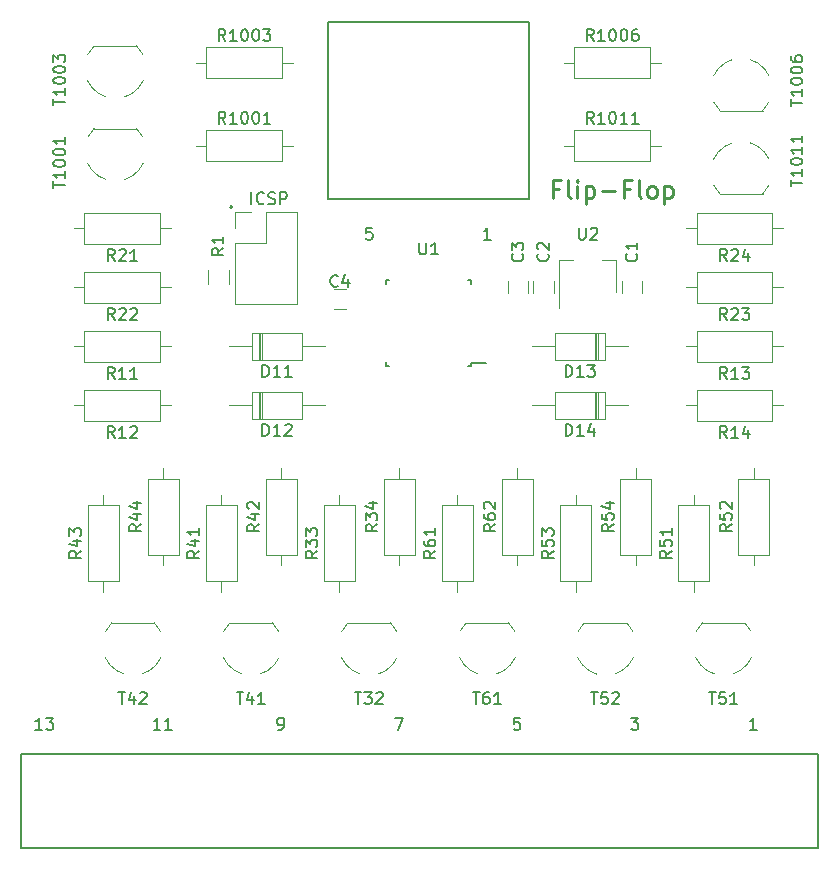
<source format=gto>
G04 #@! TF.GenerationSoftware,KiCad,Pcbnew,(5.1.7)-1*
G04 #@! TF.CreationDate,2022-07-12T08:18:53+02:00*
G04 #@! TF.ProjectId,Flip-Flop-Modul,466c6970-2d46-46c6-9f70-2d4d6f64756c,rev?*
G04 #@! TF.SameCoordinates,Original*
G04 #@! TF.FileFunction,Legend,Top*
G04 #@! TF.FilePolarity,Positive*
%FSLAX46Y46*%
G04 Gerber Fmt 4.6, Leading zero omitted, Abs format (unit mm)*
G04 Created by KiCad (PCBNEW (5.1.7)-1) date 2022-07-12 08:18:53*
%MOMM*%
%LPD*%
G01*
G04 APERTURE LIST*
%ADD10C,0.150000*%
%ADD11C,0.225000*%
%ADD12C,0.250000*%
%ADD13C,0.120000*%
%ADD14C,1.600000*%
%ADD15O,1.600000X1.600000*%
%ADD16R,1.300000X0.700000*%
%ADD17R,1.000000X1.250000*%
%ADD18R,1.250000X1.000000*%
%ADD19C,0.100000*%
%ADD20R,1.000000X1.500000*%
%ADD21R,1.000000X1.800000*%
%ADD22R,2.200000X1.840000*%
%ADD23R,1.700000X1.700000*%
%ADD24O,1.700000X1.700000*%
%ADD25O,1.500000X2.000000*%
%ADD26O,2.000000X1.500000*%
%ADD27R,1.200000X0.600000*%
%ADD28R,0.600000X1.200000*%
G04 APERTURE END LIST*
D10*
X37309523Y-84952380D02*
X36738095Y-84952380D01*
X37023809Y-84952380D02*
X37023809Y-83952380D01*
X36928571Y-84095238D01*
X36833333Y-84190476D01*
X36738095Y-84238095D01*
X38261904Y-84952380D02*
X37690476Y-84952380D01*
X37976190Y-84952380D02*
X37976190Y-83952380D01*
X37880952Y-84095238D01*
X37785714Y-84190476D01*
X37690476Y-84238095D01*
X47309523Y-84952380D02*
X47500000Y-84952380D01*
X47595238Y-84904761D01*
X47642857Y-84857142D01*
X47738095Y-84714285D01*
X47785714Y-84523809D01*
X47785714Y-84142857D01*
X47738095Y-84047619D01*
X47690476Y-84000000D01*
X47595238Y-83952380D01*
X47404761Y-83952380D01*
X47309523Y-84000000D01*
X47261904Y-84047619D01*
X47214285Y-84142857D01*
X47214285Y-84380952D01*
X47261904Y-84476190D01*
X47309523Y-84523809D01*
X47404761Y-84571428D01*
X47595238Y-84571428D01*
X47690476Y-84523809D01*
X47738095Y-84476190D01*
X47785714Y-84380952D01*
X67738095Y-83952380D02*
X67261904Y-83952380D01*
X67214285Y-84428571D01*
X67261904Y-84380952D01*
X67357142Y-84333333D01*
X67595238Y-84333333D01*
X67690476Y-84380952D01*
X67738095Y-84428571D01*
X67785714Y-84523809D01*
X67785714Y-84761904D01*
X67738095Y-84857142D01*
X67690476Y-84904761D01*
X67595238Y-84952380D01*
X67357142Y-84952380D01*
X67261904Y-84904761D01*
X67214285Y-84857142D01*
X77166666Y-83952380D02*
X77785714Y-83952380D01*
X77452380Y-84333333D01*
X77595238Y-84333333D01*
X77690476Y-84380952D01*
X77738095Y-84428571D01*
X77785714Y-84523809D01*
X77785714Y-84761904D01*
X77738095Y-84857142D01*
X77690476Y-84904761D01*
X77595238Y-84952380D01*
X77309523Y-84952380D01*
X77214285Y-84904761D01*
X77166666Y-84857142D01*
D11*
X71044285Y-39142857D02*
X70544285Y-39142857D01*
X70544285Y-39928571D02*
X70544285Y-38428571D01*
X71258571Y-38428571D01*
X72044285Y-39928571D02*
X71901428Y-39857142D01*
X71830000Y-39714285D01*
X71830000Y-38428571D01*
X72615714Y-39928571D02*
X72615714Y-38928571D01*
X72615714Y-38428571D02*
X72544285Y-38500000D01*
X72615714Y-38571428D01*
X72687142Y-38500000D01*
X72615714Y-38428571D01*
X72615714Y-38571428D01*
X73330000Y-38928571D02*
X73330000Y-40428571D01*
X73330000Y-39000000D02*
X73472857Y-38928571D01*
X73758571Y-38928571D01*
X73901428Y-39000000D01*
X73972857Y-39071428D01*
X74044285Y-39214285D01*
X74044285Y-39642857D01*
X73972857Y-39785714D01*
X73901428Y-39857142D01*
X73758571Y-39928571D01*
X73472857Y-39928571D01*
X73330000Y-39857142D01*
X74687142Y-39357142D02*
X75830000Y-39357142D01*
X77044285Y-39142857D02*
X76544285Y-39142857D01*
X76544285Y-39928571D02*
X76544285Y-38428571D01*
X77258571Y-38428571D01*
X78044285Y-39928571D02*
X77901428Y-39857142D01*
X77830000Y-39714285D01*
X77830000Y-38428571D01*
X78830000Y-39928571D02*
X78687142Y-39857142D01*
X78615714Y-39785714D01*
X78544285Y-39642857D01*
X78544285Y-39214285D01*
X78615714Y-39071428D01*
X78687142Y-39000000D01*
X78830000Y-38928571D01*
X79044285Y-38928571D01*
X79187142Y-39000000D01*
X79258571Y-39071428D01*
X79330000Y-39214285D01*
X79330000Y-39642857D01*
X79258571Y-39785714D01*
X79187142Y-39857142D01*
X79044285Y-39928571D01*
X78830000Y-39928571D01*
X79972857Y-38928571D02*
X79972857Y-40428571D01*
X79972857Y-39000000D02*
X80115714Y-38928571D01*
X80401428Y-38928571D01*
X80544285Y-39000000D01*
X80615714Y-39071428D01*
X80687142Y-39214285D01*
X80687142Y-39642857D01*
X80615714Y-39785714D01*
X80544285Y-39857142D01*
X80401428Y-39928571D01*
X80115714Y-39928571D01*
X79972857Y-39857142D01*
D12*
X43250000Y-40607142D02*
X43297619Y-40654761D01*
X43250000Y-40702380D01*
X43202380Y-40654761D01*
X43250000Y-40607142D01*
X43250000Y-40702380D01*
D10*
X45023809Y-40452380D02*
X45023809Y-39452380D01*
X46071428Y-40357142D02*
X46023809Y-40404761D01*
X45880952Y-40452380D01*
X45785714Y-40452380D01*
X45642857Y-40404761D01*
X45547619Y-40309523D01*
X45500000Y-40214285D01*
X45452380Y-40023809D01*
X45452380Y-39880952D01*
X45500000Y-39690476D01*
X45547619Y-39595238D01*
X45642857Y-39500000D01*
X45785714Y-39452380D01*
X45880952Y-39452380D01*
X46023809Y-39500000D01*
X46071428Y-39547619D01*
X46452380Y-40404761D02*
X46595238Y-40452380D01*
X46833333Y-40452380D01*
X46928571Y-40404761D01*
X46976190Y-40357142D01*
X47023809Y-40261904D01*
X47023809Y-40166666D01*
X46976190Y-40071428D01*
X46928571Y-40023809D01*
X46833333Y-39976190D01*
X46642857Y-39928571D01*
X46547619Y-39880952D01*
X46500000Y-39833333D01*
X46452380Y-39738095D01*
X46452380Y-39642857D01*
X46500000Y-39547619D01*
X46547619Y-39500000D01*
X46642857Y-39452380D01*
X46880952Y-39452380D01*
X47023809Y-39500000D01*
X47452380Y-40452380D02*
X47452380Y-39452380D01*
X47833333Y-39452380D01*
X47928571Y-39500000D01*
X47976190Y-39547619D01*
X48023809Y-39642857D01*
X48023809Y-39785714D01*
X47976190Y-39880952D01*
X47928571Y-39928571D01*
X47833333Y-39976190D01*
X47452380Y-39976190D01*
D13*
X81820000Y-57500000D02*
X82710000Y-57500000D01*
X90020000Y-57500000D02*
X89130000Y-57500000D01*
X82710000Y-58810000D02*
X89130000Y-58810000D01*
X82710000Y-56190000D02*
X82710000Y-58810000D01*
X89130000Y-56190000D02*
X82710000Y-56190000D01*
X89130000Y-58810000D02*
X89130000Y-56190000D01*
X81820000Y-52500000D02*
X82710000Y-52500000D01*
X90020000Y-52500000D02*
X89130000Y-52500000D01*
X82710000Y-53810000D02*
X89130000Y-53810000D01*
X82710000Y-51190000D02*
X82710000Y-53810000D01*
X89130000Y-51190000D02*
X82710000Y-51190000D01*
X89130000Y-53810000D02*
X89130000Y-51190000D01*
X38180000Y-57500000D02*
X37290000Y-57500000D01*
X29980000Y-57500000D02*
X30870000Y-57500000D01*
X37290000Y-56190000D02*
X30870000Y-56190000D01*
X37290000Y-58810000D02*
X37290000Y-56190000D01*
X30870000Y-58810000D02*
X37290000Y-58810000D01*
X30870000Y-56190000D02*
X30870000Y-58810000D01*
X62460000Y-65070000D02*
X62460000Y-65960000D01*
X62460000Y-73270000D02*
X62460000Y-72380000D01*
X61150000Y-65960000D02*
X61150000Y-72380000D01*
X63770000Y-65960000D02*
X61150000Y-65960000D01*
X63770000Y-72380000D02*
X63770000Y-65960000D01*
X61150000Y-72380000D02*
X63770000Y-72380000D01*
X82460000Y-65070000D02*
X82460000Y-65960000D01*
X82460000Y-73270000D02*
X82460000Y-72380000D01*
X81150000Y-65960000D02*
X81150000Y-72380000D01*
X83770000Y-65960000D02*
X81150000Y-65960000D01*
X83770000Y-72380000D02*
X83770000Y-65960000D01*
X81150000Y-72380000D02*
X83770000Y-72380000D01*
X42460000Y-65070000D02*
X42460000Y-65960000D01*
X42460000Y-73270000D02*
X42460000Y-72380000D01*
X41150000Y-65960000D02*
X41150000Y-72380000D01*
X43770000Y-65960000D02*
X41150000Y-65960000D01*
X43770000Y-72380000D02*
X43770000Y-65960000D01*
X41150000Y-72380000D02*
X43770000Y-72380000D01*
X30870000Y-51190000D02*
X30870000Y-53810000D01*
X30870000Y-53810000D02*
X37290000Y-53810000D01*
X37290000Y-53810000D02*
X37290000Y-51190000D01*
X37290000Y-51190000D02*
X30870000Y-51190000D01*
X29980000Y-52500000D02*
X30870000Y-52500000D01*
X38180000Y-52500000D02*
X37290000Y-52500000D01*
X45650000Y-51380000D02*
X45650000Y-53620000D01*
X45890000Y-51380000D02*
X45890000Y-53620000D01*
X45770000Y-51380000D02*
X45770000Y-53620000D01*
X51210000Y-52500000D02*
X49290000Y-52500000D01*
X43130000Y-52500000D02*
X45050000Y-52500000D01*
X49290000Y-51380000D02*
X45050000Y-51380000D01*
X49290000Y-53620000D02*
X49290000Y-51380000D01*
X45050000Y-53620000D02*
X49290000Y-53620000D01*
X45050000Y-51380000D02*
X45050000Y-53620000D01*
X45650000Y-56380000D02*
X45650000Y-58620000D01*
X45890000Y-56380000D02*
X45890000Y-58620000D01*
X45770000Y-56380000D02*
X45770000Y-58620000D01*
X51210000Y-57500000D02*
X49290000Y-57500000D01*
X43130000Y-57500000D02*
X45050000Y-57500000D01*
X49290000Y-56380000D02*
X45050000Y-56380000D01*
X49290000Y-58620000D02*
X49290000Y-56380000D01*
X45050000Y-58620000D02*
X49290000Y-58620000D01*
X45050000Y-56380000D02*
X45050000Y-58620000D01*
X74350000Y-53620000D02*
X74350000Y-51380000D01*
X74110000Y-53620000D02*
X74110000Y-51380000D01*
X74230000Y-53620000D02*
X74230000Y-51380000D01*
X68790000Y-52500000D02*
X70710000Y-52500000D01*
X76870000Y-52500000D02*
X74950000Y-52500000D01*
X70710000Y-53620000D02*
X74950000Y-53620000D01*
X70710000Y-51380000D02*
X70710000Y-53620000D01*
X74950000Y-51380000D02*
X70710000Y-51380000D01*
X74950000Y-53620000D02*
X74950000Y-51380000D01*
X74350000Y-58620000D02*
X74350000Y-56380000D01*
X74110000Y-58620000D02*
X74110000Y-56380000D01*
X74230000Y-58620000D02*
X74230000Y-56380000D01*
X68790000Y-57500000D02*
X70710000Y-57500000D01*
X76870000Y-57500000D02*
X74950000Y-57500000D01*
X70710000Y-58620000D02*
X74950000Y-58620000D01*
X70710000Y-56380000D02*
X70710000Y-58620000D01*
X74950000Y-56380000D02*
X70710000Y-56380000D01*
X74950000Y-58620000D02*
X74950000Y-56380000D01*
X43080000Y-45990000D02*
X43080000Y-47190000D01*
X41320000Y-47190000D02*
X41320000Y-45990000D01*
X53000000Y-47650000D02*
X52000000Y-47650000D01*
X52000000Y-49350000D02*
X53000000Y-49350000D01*
X68450000Y-48000000D02*
X68450000Y-47000000D01*
X66750000Y-47000000D02*
X66750000Y-48000000D01*
X71065000Y-45220000D02*
X72265000Y-45220000D01*
X71065000Y-49220000D02*
X71065000Y-45220000D01*
X75865000Y-45220000D02*
X75865000Y-47920000D01*
X74665000Y-45220000D02*
X75865000Y-45220000D01*
X70600000Y-48000000D02*
X70600000Y-47000000D01*
X68900000Y-47000000D02*
X68900000Y-48000000D01*
X78100000Y-48000000D02*
X78100000Y-47000000D01*
X76400000Y-47000000D02*
X76400000Y-48000000D01*
X43670000Y-41130000D02*
X45000000Y-41130000D01*
X43670000Y-42460000D02*
X43670000Y-41130000D01*
X46270000Y-41130000D02*
X48870000Y-41130000D01*
X46270000Y-43730000D02*
X46270000Y-41130000D01*
X43670000Y-43730000D02*
X46270000Y-43730000D01*
X48870000Y-41130000D02*
X48870000Y-48870000D01*
X43670000Y-43730000D02*
X43670000Y-48870000D01*
X43670000Y-48870000D02*
X48870000Y-48870000D01*
X81820000Y-42500000D02*
X82710000Y-42500000D01*
X90020000Y-42500000D02*
X89130000Y-42500000D01*
X82710000Y-43810000D02*
X89130000Y-43810000D01*
X82710000Y-41190000D02*
X82710000Y-43810000D01*
X89130000Y-41190000D02*
X82710000Y-41190000D01*
X89130000Y-43810000D02*
X89130000Y-41190000D01*
X81820000Y-47500000D02*
X82710000Y-47500000D01*
X90020000Y-47500000D02*
X89130000Y-47500000D01*
X82710000Y-48810000D02*
X89130000Y-48810000D01*
X82710000Y-46190000D02*
X82710000Y-48810000D01*
X89130000Y-46190000D02*
X82710000Y-46190000D01*
X89130000Y-48810000D02*
X89130000Y-46190000D01*
X38180000Y-47500000D02*
X37290000Y-47500000D01*
X29980000Y-47500000D02*
X30870000Y-47500000D01*
X37290000Y-46190000D02*
X30870000Y-46190000D01*
X37290000Y-48810000D02*
X37290000Y-46190000D01*
X30870000Y-48810000D02*
X37290000Y-48810000D01*
X30870000Y-46190000D02*
X30870000Y-48810000D01*
X38180000Y-42500000D02*
X37290000Y-42500000D01*
X29980000Y-42500000D02*
X30870000Y-42500000D01*
X37290000Y-41190000D02*
X30870000Y-41190000D01*
X37290000Y-43810000D02*
X37290000Y-41190000D01*
X30870000Y-43810000D02*
X37290000Y-43810000D01*
X30870000Y-41190000D02*
X30870000Y-43810000D01*
X79680000Y-35500000D02*
X78790000Y-35500000D01*
X71480000Y-35500000D02*
X72370000Y-35500000D01*
X78790000Y-34190000D02*
X72370000Y-34190000D01*
X78790000Y-36810000D02*
X78790000Y-34190000D01*
X72370000Y-36810000D02*
X78790000Y-36810000D01*
X72370000Y-34190000D02*
X72370000Y-36810000D01*
X79680000Y-28500000D02*
X78790000Y-28500000D01*
X71480000Y-28500000D02*
X72370000Y-28500000D01*
X78790000Y-27190000D02*
X72370000Y-27190000D01*
X78790000Y-29810000D02*
X78790000Y-27190000D01*
X72370000Y-29810000D02*
X78790000Y-29810000D01*
X72370000Y-27190000D02*
X72370000Y-29810000D01*
X40320000Y-28500000D02*
X41210000Y-28500000D01*
X48520000Y-28500000D02*
X47630000Y-28500000D01*
X41210000Y-29810000D02*
X47630000Y-29810000D01*
X41210000Y-27190000D02*
X41210000Y-29810000D01*
X47630000Y-27190000D02*
X41210000Y-27190000D01*
X47630000Y-29810000D02*
X47630000Y-27190000D01*
X40320000Y-35500000D02*
X41210000Y-35500000D01*
X48520000Y-35500000D02*
X47630000Y-35500000D01*
X41210000Y-36810000D02*
X47630000Y-36810000D01*
X41210000Y-34190000D02*
X41210000Y-36810000D01*
X47630000Y-34190000D02*
X41210000Y-34190000D01*
X47630000Y-36810000D02*
X47630000Y-34190000D01*
X86800000Y-75900000D02*
X83200000Y-75900000D01*
X87324184Y-76627205D02*
G75*
G03*
X86800000Y-75900000I-2324184J-1122795D01*
G01*
X87356400Y-78848807D02*
G75*
G02*
X85000000Y-80350000I-2356400J1098807D01*
G01*
X82643600Y-78848807D02*
G75*
G03*
X85000000Y-80350000I2356400J1098807D01*
G01*
X82675816Y-76627205D02*
G75*
G02*
X83200000Y-75900000I2324184J-1122795D01*
G01*
X76800000Y-75900000D02*
X73200000Y-75900000D01*
X77324184Y-76627205D02*
G75*
G03*
X76800000Y-75900000I-2324184J-1122795D01*
G01*
X77356400Y-78848807D02*
G75*
G02*
X75000000Y-80350000I-2356400J1098807D01*
G01*
X72643600Y-78848807D02*
G75*
G03*
X75000000Y-80350000I2356400J1098807D01*
G01*
X72675816Y-76627205D02*
G75*
G02*
X73200000Y-75900000I2324184J-1122795D01*
G01*
X87540000Y-62820000D02*
X87540000Y-63710000D01*
X87540000Y-71020000D02*
X87540000Y-70130000D01*
X86230000Y-63710000D02*
X86230000Y-70130000D01*
X88850000Y-63710000D02*
X86230000Y-63710000D01*
X88850000Y-70130000D02*
X88850000Y-63710000D01*
X86230000Y-70130000D02*
X88850000Y-70130000D01*
X77540000Y-62820000D02*
X77540000Y-63710000D01*
X77540000Y-71020000D02*
X77540000Y-70130000D01*
X76230000Y-63710000D02*
X76230000Y-70130000D01*
X78850000Y-63710000D02*
X76230000Y-63710000D01*
X78850000Y-70130000D02*
X78850000Y-63710000D01*
X76230000Y-70130000D02*
X78850000Y-70130000D01*
X72460000Y-65070000D02*
X72460000Y-65960000D01*
X72460000Y-73270000D02*
X72460000Y-72380000D01*
X71150000Y-65960000D02*
X71150000Y-72380000D01*
X73770000Y-65960000D02*
X71150000Y-65960000D01*
X73770000Y-72380000D02*
X73770000Y-65960000D01*
X71150000Y-72380000D02*
X73770000Y-72380000D01*
X66800000Y-75900000D02*
X63200000Y-75900000D01*
X67324184Y-76627205D02*
G75*
G03*
X66800000Y-75900000I-2324184J-1122795D01*
G01*
X67356400Y-78848807D02*
G75*
G02*
X65000000Y-80350000I-2356400J1098807D01*
G01*
X62643600Y-78848807D02*
G75*
G03*
X65000000Y-80350000I2356400J1098807D01*
G01*
X62675816Y-76627205D02*
G75*
G02*
X63200000Y-75900000I2324184J-1122795D01*
G01*
X67540000Y-62820000D02*
X67540000Y-63710000D01*
X67540000Y-71020000D02*
X67540000Y-70130000D01*
X66230000Y-63710000D02*
X66230000Y-70130000D01*
X68850000Y-63710000D02*
X66230000Y-63710000D01*
X68850000Y-70130000D02*
X68850000Y-63710000D01*
X66230000Y-70130000D02*
X68850000Y-70130000D01*
X46800000Y-75900000D02*
X43200000Y-75900000D01*
X47324184Y-76627205D02*
G75*
G03*
X46800000Y-75900000I-2324184J-1122795D01*
G01*
X47356400Y-78848807D02*
G75*
G02*
X45000000Y-80350000I-2356400J1098807D01*
G01*
X42643600Y-78848807D02*
G75*
G03*
X45000000Y-80350000I2356400J1098807D01*
G01*
X42675816Y-76627205D02*
G75*
G02*
X43200000Y-75900000I2324184J-1122795D01*
G01*
X36800000Y-75900000D02*
X33200000Y-75900000D01*
X37324184Y-76627205D02*
G75*
G03*
X36800000Y-75900000I-2324184J-1122795D01*
G01*
X37356400Y-78848807D02*
G75*
G02*
X35000000Y-80350000I-2356400J1098807D01*
G01*
X32643600Y-78848807D02*
G75*
G03*
X35000000Y-80350000I2356400J1098807D01*
G01*
X32675816Y-76627205D02*
G75*
G02*
X33200000Y-75900000I2324184J-1122795D01*
G01*
X47540000Y-62820000D02*
X47540000Y-63710000D01*
X47540000Y-71020000D02*
X47540000Y-70130000D01*
X46230000Y-63710000D02*
X46230000Y-70130000D01*
X48850000Y-63710000D02*
X46230000Y-63710000D01*
X48850000Y-70130000D02*
X48850000Y-63710000D01*
X46230000Y-70130000D02*
X48850000Y-70130000D01*
X37540000Y-62820000D02*
X37540000Y-63710000D01*
X37540000Y-71020000D02*
X37540000Y-70130000D01*
X36230000Y-63710000D02*
X36230000Y-70130000D01*
X38850000Y-63710000D02*
X36230000Y-63710000D01*
X38850000Y-70130000D02*
X38850000Y-63710000D01*
X36230000Y-70130000D02*
X38850000Y-70130000D01*
X32460000Y-65070000D02*
X32460000Y-65960000D01*
X32460000Y-73270000D02*
X32460000Y-72380000D01*
X31150000Y-65960000D02*
X31150000Y-72380000D01*
X33770000Y-65960000D02*
X31150000Y-65960000D01*
X33770000Y-72380000D02*
X33770000Y-65960000D01*
X31150000Y-72380000D02*
X33770000Y-72380000D01*
X56800000Y-75900000D02*
X53200000Y-75900000D01*
X57324184Y-76627205D02*
G75*
G03*
X56800000Y-75900000I-2324184J-1122795D01*
G01*
X57356400Y-78848807D02*
G75*
G02*
X55000000Y-80350000I-2356400J1098807D01*
G01*
X52643600Y-78848807D02*
G75*
G03*
X55000000Y-80350000I2356400J1098807D01*
G01*
X52675816Y-76627205D02*
G75*
G02*
X53200000Y-75900000I2324184J-1122795D01*
G01*
X57540000Y-62820000D02*
X57540000Y-63710000D01*
X57540000Y-71020000D02*
X57540000Y-70130000D01*
X56230000Y-63710000D02*
X56230000Y-70130000D01*
X58850000Y-63710000D02*
X56230000Y-63710000D01*
X58850000Y-70130000D02*
X58850000Y-63710000D01*
X56230000Y-70130000D02*
X58850000Y-70130000D01*
X52460000Y-65070000D02*
X52460000Y-65960000D01*
X52460000Y-73270000D02*
X52460000Y-72380000D01*
X51150000Y-65960000D02*
X51150000Y-72380000D01*
X53770000Y-65960000D02*
X51150000Y-65960000D01*
X53770000Y-72380000D02*
X53770000Y-65960000D01*
X51150000Y-72380000D02*
X53770000Y-72380000D01*
X84700000Y-39600000D02*
X88300000Y-39600000D01*
X84175816Y-38872795D02*
G75*
G03*
X84700000Y-39600000I2324184J1122795D01*
G01*
X84143600Y-36651193D02*
G75*
G02*
X86500000Y-35150000I2356400J-1098807D01*
G01*
X88856400Y-36651193D02*
G75*
G03*
X86500000Y-35150000I-2356400J-1098807D01*
G01*
X88824184Y-38872795D02*
G75*
G02*
X88300000Y-39600000I-2324184J1122795D01*
G01*
X84700000Y-32550000D02*
X88300000Y-32550000D01*
X84175816Y-31822795D02*
G75*
G03*
X84700000Y-32550000I2324184J1122795D01*
G01*
X84143600Y-29601193D02*
G75*
G02*
X86500000Y-28100000I2356400J-1098807D01*
G01*
X88856400Y-29601193D02*
G75*
G03*
X86500000Y-28100000I-2356400J-1098807D01*
G01*
X88824184Y-31822795D02*
G75*
G02*
X88300000Y-32550000I-2324184J1122795D01*
G01*
X35300000Y-27050000D02*
X31700000Y-27050000D01*
X35824184Y-27777205D02*
G75*
G03*
X35300000Y-27050000I-2324184J-1122795D01*
G01*
X35856400Y-29998807D02*
G75*
G02*
X33500000Y-31500000I-2356400J1098807D01*
G01*
X31143600Y-29998807D02*
G75*
G03*
X33500000Y-31500000I2356400J1098807D01*
G01*
X31175816Y-27777205D02*
G75*
G02*
X31700000Y-27050000I2324184J-1122795D01*
G01*
D10*
X25500000Y-95000000D02*
X25500000Y-87000000D01*
X93000000Y-87000000D02*
X25500000Y-87000000D01*
X93000000Y-95000000D02*
X93000000Y-87000000D01*
X25500000Y-95000000D02*
X93000000Y-95000000D01*
X51500000Y-40000000D02*
X68500000Y-40000000D01*
X68500000Y-40000000D02*
X68500000Y-25000000D01*
X68500000Y-25000000D02*
X51500000Y-25000000D01*
X51500000Y-25000000D02*
X51500000Y-40000000D01*
X63625000Y-54125000D02*
X63625000Y-53900000D01*
X56375000Y-54125000D02*
X56375000Y-53825000D01*
X56375000Y-46875000D02*
X56375000Y-47175000D01*
X63625000Y-46875000D02*
X63625000Y-47175000D01*
X63625000Y-54125000D02*
X63325000Y-54125000D01*
X63625000Y-46875000D02*
X63325000Y-46875000D01*
X56375000Y-46875000D02*
X56675000Y-46875000D01*
X56375000Y-54125000D02*
X56675000Y-54125000D01*
X63625000Y-53900000D02*
X64850000Y-53900000D01*
D13*
X35300000Y-34050000D02*
X31700000Y-34050000D01*
X35824184Y-34777205D02*
G75*
G03*
X35300000Y-34050000I-2324184J-1122795D01*
G01*
X35856400Y-36998807D02*
G75*
G02*
X33500000Y-38500000I-2356400J1098807D01*
G01*
X31143600Y-36998807D02*
G75*
G03*
X33500000Y-38500000I2356400J1098807D01*
G01*
X31175816Y-34777205D02*
G75*
G02*
X31700000Y-34050000I2324184J-1122795D01*
G01*
D10*
X85277142Y-60262380D02*
X84943809Y-59786190D01*
X84705714Y-60262380D02*
X84705714Y-59262380D01*
X85086666Y-59262380D01*
X85181904Y-59310000D01*
X85229523Y-59357619D01*
X85277142Y-59452857D01*
X85277142Y-59595714D01*
X85229523Y-59690952D01*
X85181904Y-59738571D01*
X85086666Y-59786190D01*
X84705714Y-59786190D01*
X86229523Y-60262380D02*
X85658095Y-60262380D01*
X85943809Y-60262380D02*
X85943809Y-59262380D01*
X85848571Y-59405238D01*
X85753333Y-59500476D01*
X85658095Y-59548095D01*
X87086666Y-59595714D02*
X87086666Y-60262380D01*
X86848571Y-59214761D02*
X86610476Y-59929047D01*
X87229523Y-59929047D01*
X85277142Y-55262380D02*
X84943809Y-54786190D01*
X84705714Y-55262380D02*
X84705714Y-54262380D01*
X85086666Y-54262380D01*
X85181904Y-54310000D01*
X85229523Y-54357619D01*
X85277142Y-54452857D01*
X85277142Y-54595714D01*
X85229523Y-54690952D01*
X85181904Y-54738571D01*
X85086666Y-54786190D01*
X84705714Y-54786190D01*
X86229523Y-55262380D02*
X85658095Y-55262380D01*
X85943809Y-55262380D02*
X85943809Y-54262380D01*
X85848571Y-54405238D01*
X85753333Y-54500476D01*
X85658095Y-54548095D01*
X86562857Y-54262380D02*
X87181904Y-54262380D01*
X86848571Y-54643333D01*
X86991428Y-54643333D01*
X87086666Y-54690952D01*
X87134285Y-54738571D01*
X87181904Y-54833809D01*
X87181904Y-55071904D01*
X87134285Y-55167142D01*
X87086666Y-55214761D01*
X86991428Y-55262380D01*
X86705714Y-55262380D01*
X86610476Y-55214761D01*
X86562857Y-55167142D01*
X33437142Y-60262380D02*
X33103809Y-59786190D01*
X32865714Y-60262380D02*
X32865714Y-59262380D01*
X33246666Y-59262380D01*
X33341904Y-59310000D01*
X33389523Y-59357619D01*
X33437142Y-59452857D01*
X33437142Y-59595714D01*
X33389523Y-59690952D01*
X33341904Y-59738571D01*
X33246666Y-59786190D01*
X32865714Y-59786190D01*
X34389523Y-60262380D02*
X33818095Y-60262380D01*
X34103809Y-60262380D02*
X34103809Y-59262380D01*
X34008571Y-59405238D01*
X33913333Y-59500476D01*
X33818095Y-59548095D01*
X34770476Y-59357619D02*
X34818095Y-59310000D01*
X34913333Y-59262380D01*
X35151428Y-59262380D01*
X35246666Y-59310000D01*
X35294285Y-59357619D01*
X35341904Y-59452857D01*
X35341904Y-59548095D01*
X35294285Y-59690952D01*
X34722857Y-60262380D01*
X35341904Y-60262380D01*
X60602380Y-69812857D02*
X60126190Y-70146190D01*
X60602380Y-70384285D02*
X59602380Y-70384285D01*
X59602380Y-70003333D01*
X59650000Y-69908095D01*
X59697619Y-69860476D01*
X59792857Y-69812857D01*
X59935714Y-69812857D01*
X60030952Y-69860476D01*
X60078571Y-69908095D01*
X60126190Y-70003333D01*
X60126190Y-70384285D01*
X59602380Y-68955714D02*
X59602380Y-69146190D01*
X59650000Y-69241428D01*
X59697619Y-69289047D01*
X59840476Y-69384285D01*
X60030952Y-69431904D01*
X60411904Y-69431904D01*
X60507142Y-69384285D01*
X60554761Y-69336666D01*
X60602380Y-69241428D01*
X60602380Y-69050952D01*
X60554761Y-68955714D01*
X60507142Y-68908095D01*
X60411904Y-68860476D01*
X60173809Y-68860476D01*
X60078571Y-68908095D01*
X60030952Y-68955714D01*
X59983333Y-69050952D01*
X59983333Y-69241428D01*
X60030952Y-69336666D01*
X60078571Y-69384285D01*
X60173809Y-69431904D01*
X60602380Y-67908095D02*
X60602380Y-68479523D01*
X60602380Y-68193809D02*
X59602380Y-68193809D01*
X59745238Y-68289047D01*
X59840476Y-68384285D01*
X59888095Y-68479523D01*
X80602380Y-69812857D02*
X80126190Y-70146190D01*
X80602380Y-70384285D02*
X79602380Y-70384285D01*
X79602380Y-70003333D01*
X79650000Y-69908095D01*
X79697619Y-69860476D01*
X79792857Y-69812857D01*
X79935714Y-69812857D01*
X80030952Y-69860476D01*
X80078571Y-69908095D01*
X80126190Y-70003333D01*
X80126190Y-70384285D01*
X79602380Y-68908095D02*
X79602380Y-69384285D01*
X80078571Y-69431904D01*
X80030952Y-69384285D01*
X79983333Y-69289047D01*
X79983333Y-69050952D01*
X80030952Y-68955714D01*
X80078571Y-68908095D01*
X80173809Y-68860476D01*
X80411904Y-68860476D01*
X80507142Y-68908095D01*
X80554761Y-68955714D01*
X80602380Y-69050952D01*
X80602380Y-69289047D01*
X80554761Y-69384285D01*
X80507142Y-69431904D01*
X80602380Y-67908095D02*
X80602380Y-68479523D01*
X80602380Y-68193809D02*
X79602380Y-68193809D01*
X79745238Y-68289047D01*
X79840476Y-68384285D01*
X79888095Y-68479523D01*
X40602380Y-69812857D02*
X40126190Y-70146190D01*
X40602380Y-70384285D02*
X39602380Y-70384285D01*
X39602380Y-70003333D01*
X39650000Y-69908095D01*
X39697619Y-69860476D01*
X39792857Y-69812857D01*
X39935714Y-69812857D01*
X40030952Y-69860476D01*
X40078571Y-69908095D01*
X40126190Y-70003333D01*
X40126190Y-70384285D01*
X39935714Y-68955714D02*
X40602380Y-68955714D01*
X39554761Y-69193809D02*
X40269047Y-69431904D01*
X40269047Y-68812857D01*
X40602380Y-67908095D02*
X40602380Y-68479523D01*
X40602380Y-68193809D02*
X39602380Y-68193809D01*
X39745238Y-68289047D01*
X39840476Y-68384285D01*
X39888095Y-68479523D01*
X33437142Y-55262380D02*
X33103809Y-54786190D01*
X32865714Y-55262380D02*
X32865714Y-54262380D01*
X33246666Y-54262380D01*
X33341904Y-54310000D01*
X33389523Y-54357619D01*
X33437142Y-54452857D01*
X33437142Y-54595714D01*
X33389523Y-54690952D01*
X33341904Y-54738571D01*
X33246666Y-54786190D01*
X32865714Y-54786190D01*
X34389523Y-55262380D02*
X33818095Y-55262380D01*
X34103809Y-55262380D02*
X34103809Y-54262380D01*
X34008571Y-54405238D01*
X33913333Y-54500476D01*
X33818095Y-54548095D01*
X35341904Y-55262380D02*
X34770476Y-55262380D01*
X35056190Y-55262380D02*
X35056190Y-54262380D01*
X34960952Y-54405238D01*
X34865714Y-54500476D01*
X34770476Y-54548095D01*
X45955714Y-55072380D02*
X45955714Y-54072380D01*
X46193809Y-54072380D01*
X46336666Y-54120000D01*
X46431904Y-54215238D01*
X46479523Y-54310476D01*
X46527142Y-54500952D01*
X46527142Y-54643809D01*
X46479523Y-54834285D01*
X46431904Y-54929523D01*
X46336666Y-55024761D01*
X46193809Y-55072380D01*
X45955714Y-55072380D01*
X47479523Y-55072380D02*
X46908095Y-55072380D01*
X47193809Y-55072380D02*
X47193809Y-54072380D01*
X47098571Y-54215238D01*
X47003333Y-54310476D01*
X46908095Y-54358095D01*
X48431904Y-55072380D02*
X47860476Y-55072380D01*
X48146190Y-55072380D02*
X48146190Y-54072380D01*
X48050952Y-54215238D01*
X47955714Y-54310476D01*
X47860476Y-54358095D01*
X45955714Y-60072380D02*
X45955714Y-59072380D01*
X46193809Y-59072380D01*
X46336666Y-59120000D01*
X46431904Y-59215238D01*
X46479523Y-59310476D01*
X46527142Y-59500952D01*
X46527142Y-59643809D01*
X46479523Y-59834285D01*
X46431904Y-59929523D01*
X46336666Y-60024761D01*
X46193809Y-60072380D01*
X45955714Y-60072380D01*
X47479523Y-60072380D02*
X46908095Y-60072380D01*
X47193809Y-60072380D02*
X47193809Y-59072380D01*
X47098571Y-59215238D01*
X47003333Y-59310476D01*
X46908095Y-59358095D01*
X47860476Y-59167619D02*
X47908095Y-59120000D01*
X48003333Y-59072380D01*
X48241428Y-59072380D01*
X48336666Y-59120000D01*
X48384285Y-59167619D01*
X48431904Y-59262857D01*
X48431904Y-59358095D01*
X48384285Y-59500952D01*
X47812857Y-60072380D01*
X48431904Y-60072380D01*
X71615714Y-55072380D02*
X71615714Y-54072380D01*
X71853809Y-54072380D01*
X71996666Y-54120000D01*
X72091904Y-54215238D01*
X72139523Y-54310476D01*
X72187142Y-54500952D01*
X72187142Y-54643809D01*
X72139523Y-54834285D01*
X72091904Y-54929523D01*
X71996666Y-55024761D01*
X71853809Y-55072380D01*
X71615714Y-55072380D01*
X73139523Y-55072380D02*
X72568095Y-55072380D01*
X72853809Y-55072380D02*
X72853809Y-54072380D01*
X72758571Y-54215238D01*
X72663333Y-54310476D01*
X72568095Y-54358095D01*
X73472857Y-54072380D02*
X74091904Y-54072380D01*
X73758571Y-54453333D01*
X73901428Y-54453333D01*
X73996666Y-54500952D01*
X74044285Y-54548571D01*
X74091904Y-54643809D01*
X74091904Y-54881904D01*
X74044285Y-54977142D01*
X73996666Y-55024761D01*
X73901428Y-55072380D01*
X73615714Y-55072380D01*
X73520476Y-55024761D01*
X73472857Y-54977142D01*
X71615714Y-60072380D02*
X71615714Y-59072380D01*
X71853809Y-59072380D01*
X71996666Y-59120000D01*
X72091904Y-59215238D01*
X72139523Y-59310476D01*
X72187142Y-59500952D01*
X72187142Y-59643809D01*
X72139523Y-59834285D01*
X72091904Y-59929523D01*
X71996666Y-60024761D01*
X71853809Y-60072380D01*
X71615714Y-60072380D01*
X73139523Y-60072380D02*
X72568095Y-60072380D01*
X72853809Y-60072380D02*
X72853809Y-59072380D01*
X72758571Y-59215238D01*
X72663333Y-59310476D01*
X72568095Y-59358095D01*
X73996666Y-59405714D02*
X73996666Y-60072380D01*
X73758571Y-59024761D02*
X73520476Y-59739047D01*
X74139523Y-59739047D01*
X42652380Y-44166666D02*
X42176190Y-44500000D01*
X42652380Y-44738095D02*
X41652380Y-44738095D01*
X41652380Y-44357142D01*
X41700000Y-44261904D01*
X41747619Y-44214285D01*
X41842857Y-44166666D01*
X41985714Y-44166666D01*
X42080952Y-44214285D01*
X42128571Y-44261904D01*
X42176190Y-44357142D01*
X42176190Y-44738095D01*
X42652380Y-43214285D02*
X42652380Y-43785714D01*
X42652380Y-43500000D02*
X41652380Y-43500000D01*
X41795238Y-43595238D01*
X41890476Y-43690476D01*
X41938095Y-43785714D01*
X52333333Y-47357142D02*
X52285714Y-47404761D01*
X52142857Y-47452380D01*
X52047619Y-47452380D01*
X51904761Y-47404761D01*
X51809523Y-47309523D01*
X51761904Y-47214285D01*
X51714285Y-47023809D01*
X51714285Y-46880952D01*
X51761904Y-46690476D01*
X51809523Y-46595238D01*
X51904761Y-46500000D01*
X52047619Y-46452380D01*
X52142857Y-46452380D01*
X52285714Y-46500000D01*
X52333333Y-46547619D01*
X53190476Y-46785714D02*
X53190476Y-47452380D01*
X52952380Y-46404761D02*
X52714285Y-47119047D01*
X53333333Y-47119047D01*
X67957142Y-44666666D02*
X68004761Y-44714285D01*
X68052380Y-44857142D01*
X68052380Y-44952380D01*
X68004761Y-45095238D01*
X67909523Y-45190476D01*
X67814285Y-45238095D01*
X67623809Y-45285714D01*
X67480952Y-45285714D01*
X67290476Y-45238095D01*
X67195238Y-45190476D01*
X67100000Y-45095238D01*
X67052380Y-44952380D01*
X67052380Y-44857142D01*
X67100000Y-44714285D01*
X67147619Y-44666666D01*
X67052380Y-44333333D02*
X67052380Y-43714285D01*
X67433333Y-44047619D01*
X67433333Y-43904761D01*
X67480952Y-43809523D01*
X67528571Y-43761904D01*
X67623809Y-43714285D01*
X67861904Y-43714285D01*
X67957142Y-43761904D01*
X68004761Y-43809523D01*
X68052380Y-43904761D01*
X68052380Y-44190476D01*
X68004761Y-44285714D01*
X67957142Y-44333333D01*
X72738095Y-42452380D02*
X72738095Y-43261904D01*
X72785714Y-43357142D01*
X72833333Y-43404761D01*
X72928571Y-43452380D01*
X73119047Y-43452380D01*
X73214285Y-43404761D01*
X73261904Y-43357142D01*
X73309523Y-43261904D01*
X73309523Y-42452380D01*
X73738095Y-42547619D02*
X73785714Y-42500000D01*
X73880952Y-42452380D01*
X74119047Y-42452380D01*
X74214285Y-42500000D01*
X74261904Y-42547619D01*
X74309523Y-42642857D01*
X74309523Y-42738095D01*
X74261904Y-42880952D01*
X73690476Y-43452380D01*
X74309523Y-43452380D01*
X70107142Y-44666666D02*
X70154761Y-44714285D01*
X70202380Y-44857142D01*
X70202380Y-44952380D01*
X70154761Y-45095238D01*
X70059523Y-45190476D01*
X69964285Y-45238095D01*
X69773809Y-45285714D01*
X69630952Y-45285714D01*
X69440476Y-45238095D01*
X69345238Y-45190476D01*
X69250000Y-45095238D01*
X69202380Y-44952380D01*
X69202380Y-44857142D01*
X69250000Y-44714285D01*
X69297619Y-44666666D01*
X69297619Y-44285714D02*
X69250000Y-44238095D01*
X69202380Y-44142857D01*
X69202380Y-43904761D01*
X69250000Y-43809523D01*
X69297619Y-43761904D01*
X69392857Y-43714285D01*
X69488095Y-43714285D01*
X69630952Y-43761904D01*
X70202380Y-44333333D01*
X70202380Y-43714285D01*
X77607142Y-44666666D02*
X77654761Y-44714285D01*
X77702380Y-44857142D01*
X77702380Y-44952380D01*
X77654761Y-45095238D01*
X77559523Y-45190476D01*
X77464285Y-45238095D01*
X77273809Y-45285714D01*
X77130952Y-45285714D01*
X76940476Y-45238095D01*
X76845238Y-45190476D01*
X76750000Y-45095238D01*
X76702380Y-44952380D01*
X76702380Y-44857142D01*
X76750000Y-44714285D01*
X76797619Y-44666666D01*
X77702380Y-43714285D02*
X77702380Y-44285714D01*
X77702380Y-44000000D02*
X76702380Y-44000000D01*
X76845238Y-44095238D01*
X76940476Y-44190476D01*
X76988095Y-44285714D01*
X85277142Y-45262380D02*
X84943809Y-44786190D01*
X84705714Y-45262380D02*
X84705714Y-44262380D01*
X85086666Y-44262380D01*
X85181904Y-44310000D01*
X85229523Y-44357619D01*
X85277142Y-44452857D01*
X85277142Y-44595714D01*
X85229523Y-44690952D01*
X85181904Y-44738571D01*
X85086666Y-44786190D01*
X84705714Y-44786190D01*
X85658095Y-44357619D02*
X85705714Y-44310000D01*
X85800952Y-44262380D01*
X86039047Y-44262380D01*
X86134285Y-44310000D01*
X86181904Y-44357619D01*
X86229523Y-44452857D01*
X86229523Y-44548095D01*
X86181904Y-44690952D01*
X85610476Y-45262380D01*
X86229523Y-45262380D01*
X87086666Y-44595714D02*
X87086666Y-45262380D01*
X86848571Y-44214761D02*
X86610476Y-44929047D01*
X87229523Y-44929047D01*
X85277142Y-50262380D02*
X84943809Y-49786190D01*
X84705714Y-50262380D02*
X84705714Y-49262380D01*
X85086666Y-49262380D01*
X85181904Y-49310000D01*
X85229523Y-49357619D01*
X85277142Y-49452857D01*
X85277142Y-49595714D01*
X85229523Y-49690952D01*
X85181904Y-49738571D01*
X85086666Y-49786190D01*
X84705714Y-49786190D01*
X85658095Y-49357619D02*
X85705714Y-49310000D01*
X85800952Y-49262380D01*
X86039047Y-49262380D01*
X86134285Y-49310000D01*
X86181904Y-49357619D01*
X86229523Y-49452857D01*
X86229523Y-49548095D01*
X86181904Y-49690952D01*
X85610476Y-50262380D01*
X86229523Y-50262380D01*
X86562857Y-49262380D02*
X87181904Y-49262380D01*
X86848571Y-49643333D01*
X86991428Y-49643333D01*
X87086666Y-49690952D01*
X87134285Y-49738571D01*
X87181904Y-49833809D01*
X87181904Y-50071904D01*
X87134285Y-50167142D01*
X87086666Y-50214761D01*
X86991428Y-50262380D01*
X86705714Y-50262380D01*
X86610476Y-50214761D01*
X86562857Y-50167142D01*
X33437142Y-50262380D02*
X33103809Y-49786190D01*
X32865714Y-50262380D02*
X32865714Y-49262380D01*
X33246666Y-49262380D01*
X33341904Y-49310000D01*
X33389523Y-49357619D01*
X33437142Y-49452857D01*
X33437142Y-49595714D01*
X33389523Y-49690952D01*
X33341904Y-49738571D01*
X33246666Y-49786190D01*
X32865714Y-49786190D01*
X33818095Y-49357619D02*
X33865714Y-49310000D01*
X33960952Y-49262380D01*
X34199047Y-49262380D01*
X34294285Y-49310000D01*
X34341904Y-49357619D01*
X34389523Y-49452857D01*
X34389523Y-49548095D01*
X34341904Y-49690952D01*
X33770476Y-50262380D01*
X34389523Y-50262380D01*
X34770476Y-49357619D02*
X34818095Y-49310000D01*
X34913333Y-49262380D01*
X35151428Y-49262380D01*
X35246666Y-49310000D01*
X35294285Y-49357619D01*
X35341904Y-49452857D01*
X35341904Y-49548095D01*
X35294285Y-49690952D01*
X34722857Y-50262380D01*
X35341904Y-50262380D01*
X33437142Y-45262380D02*
X33103809Y-44786190D01*
X32865714Y-45262380D02*
X32865714Y-44262380D01*
X33246666Y-44262380D01*
X33341904Y-44310000D01*
X33389523Y-44357619D01*
X33437142Y-44452857D01*
X33437142Y-44595714D01*
X33389523Y-44690952D01*
X33341904Y-44738571D01*
X33246666Y-44786190D01*
X32865714Y-44786190D01*
X33818095Y-44357619D02*
X33865714Y-44310000D01*
X33960952Y-44262380D01*
X34199047Y-44262380D01*
X34294285Y-44310000D01*
X34341904Y-44357619D01*
X34389523Y-44452857D01*
X34389523Y-44548095D01*
X34341904Y-44690952D01*
X33770476Y-45262380D01*
X34389523Y-45262380D01*
X35341904Y-45262380D02*
X34770476Y-45262380D01*
X35056190Y-45262380D02*
X35056190Y-44262380D01*
X34960952Y-44405238D01*
X34865714Y-44500476D01*
X34770476Y-44548095D01*
X73984761Y-33642380D02*
X73651428Y-33166190D01*
X73413333Y-33642380D02*
X73413333Y-32642380D01*
X73794285Y-32642380D01*
X73889523Y-32690000D01*
X73937142Y-32737619D01*
X73984761Y-32832857D01*
X73984761Y-32975714D01*
X73937142Y-33070952D01*
X73889523Y-33118571D01*
X73794285Y-33166190D01*
X73413333Y-33166190D01*
X74937142Y-33642380D02*
X74365714Y-33642380D01*
X74651428Y-33642380D02*
X74651428Y-32642380D01*
X74556190Y-32785238D01*
X74460952Y-32880476D01*
X74365714Y-32928095D01*
X75556190Y-32642380D02*
X75651428Y-32642380D01*
X75746666Y-32690000D01*
X75794285Y-32737619D01*
X75841904Y-32832857D01*
X75889523Y-33023333D01*
X75889523Y-33261428D01*
X75841904Y-33451904D01*
X75794285Y-33547142D01*
X75746666Y-33594761D01*
X75651428Y-33642380D01*
X75556190Y-33642380D01*
X75460952Y-33594761D01*
X75413333Y-33547142D01*
X75365714Y-33451904D01*
X75318095Y-33261428D01*
X75318095Y-33023333D01*
X75365714Y-32832857D01*
X75413333Y-32737619D01*
X75460952Y-32690000D01*
X75556190Y-32642380D01*
X76841904Y-33642380D02*
X76270476Y-33642380D01*
X76556190Y-33642380D02*
X76556190Y-32642380D01*
X76460952Y-32785238D01*
X76365714Y-32880476D01*
X76270476Y-32928095D01*
X77794285Y-33642380D02*
X77222857Y-33642380D01*
X77508571Y-33642380D02*
X77508571Y-32642380D01*
X77413333Y-32785238D01*
X77318095Y-32880476D01*
X77222857Y-32928095D01*
X73984761Y-26642380D02*
X73651428Y-26166190D01*
X73413333Y-26642380D02*
X73413333Y-25642380D01*
X73794285Y-25642380D01*
X73889523Y-25690000D01*
X73937142Y-25737619D01*
X73984761Y-25832857D01*
X73984761Y-25975714D01*
X73937142Y-26070952D01*
X73889523Y-26118571D01*
X73794285Y-26166190D01*
X73413333Y-26166190D01*
X74937142Y-26642380D02*
X74365714Y-26642380D01*
X74651428Y-26642380D02*
X74651428Y-25642380D01*
X74556190Y-25785238D01*
X74460952Y-25880476D01*
X74365714Y-25928095D01*
X75556190Y-25642380D02*
X75651428Y-25642380D01*
X75746666Y-25690000D01*
X75794285Y-25737619D01*
X75841904Y-25832857D01*
X75889523Y-26023333D01*
X75889523Y-26261428D01*
X75841904Y-26451904D01*
X75794285Y-26547142D01*
X75746666Y-26594761D01*
X75651428Y-26642380D01*
X75556190Y-26642380D01*
X75460952Y-26594761D01*
X75413333Y-26547142D01*
X75365714Y-26451904D01*
X75318095Y-26261428D01*
X75318095Y-26023333D01*
X75365714Y-25832857D01*
X75413333Y-25737619D01*
X75460952Y-25690000D01*
X75556190Y-25642380D01*
X76508571Y-25642380D02*
X76603809Y-25642380D01*
X76699047Y-25690000D01*
X76746666Y-25737619D01*
X76794285Y-25832857D01*
X76841904Y-26023333D01*
X76841904Y-26261428D01*
X76794285Y-26451904D01*
X76746666Y-26547142D01*
X76699047Y-26594761D01*
X76603809Y-26642380D01*
X76508571Y-26642380D01*
X76413333Y-26594761D01*
X76365714Y-26547142D01*
X76318095Y-26451904D01*
X76270476Y-26261428D01*
X76270476Y-26023333D01*
X76318095Y-25832857D01*
X76365714Y-25737619D01*
X76413333Y-25690000D01*
X76508571Y-25642380D01*
X77699047Y-25642380D02*
X77508571Y-25642380D01*
X77413333Y-25690000D01*
X77365714Y-25737619D01*
X77270476Y-25880476D01*
X77222857Y-26070952D01*
X77222857Y-26451904D01*
X77270476Y-26547142D01*
X77318095Y-26594761D01*
X77413333Y-26642380D01*
X77603809Y-26642380D01*
X77699047Y-26594761D01*
X77746666Y-26547142D01*
X77794285Y-26451904D01*
X77794285Y-26213809D01*
X77746666Y-26118571D01*
X77699047Y-26070952D01*
X77603809Y-26023333D01*
X77413333Y-26023333D01*
X77318095Y-26070952D01*
X77270476Y-26118571D01*
X77222857Y-26213809D01*
X42824761Y-26642380D02*
X42491428Y-26166190D01*
X42253333Y-26642380D02*
X42253333Y-25642380D01*
X42634285Y-25642380D01*
X42729523Y-25690000D01*
X42777142Y-25737619D01*
X42824761Y-25832857D01*
X42824761Y-25975714D01*
X42777142Y-26070952D01*
X42729523Y-26118571D01*
X42634285Y-26166190D01*
X42253333Y-26166190D01*
X43777142Y-26642380D02*
X43205714Y-26642380D01*
X43491428Y-26642380D02*
X43491428Y-25642380D01*
X43396190Y-25785238D01*
X43300952Y-25880476D01*
X43205714Y-25928095D01*
X44396190Y-25642380D02*
X44491428Y-25642380D01*
X44586666Y-25690000D01*
X44634285Y-25737619D01*
X44681904Y-25832857D01*
X44729523Y-26023333D01*
X44729523Y-26261428D01*
X44681904Y-26451904D01*
X44634285Y-26547142D01*
X44586666Y-26594761D01*
X44491428Y-26642380D01*
X44396190Y-26642380D01*
X44300952Y-26594761D01*
X44253333Y-26547142D01*
X44205714Y-26451904D01*
X44158095Y-26261428D01*
X44158095Y-26023333D01*
X44205714Y-25832857D01*
X44253333Y-25737619D01*
X44300952Y-25690000D01*
X44396190Y-25642380D01*
X45348571Y-25642380D02*
X45443809Y-25642380D01*
X45539047Y-25690000D01*
X45586666Y-25737619D01*
X45634285Y-25832857D01*
X45681904Y-26023333D01*
X45681904Y-26261428D01*
X45634285Y-26451904D01*
X45586666Y-26547142D01*
X45539047Y-26594761D01*
X45443809Y-26642380D01*
X45348571Y-26642380D01*
X45253333Y-26594761D01*
X45205714Y-26547142D01*
X45158095Y-26451904D01*
X45110476Y-26261428D01*
X45110476Y-26023333D01*
X45158095Y-25832857D01*
X45205714Y-25737619D01*
X45253333Y-25690000D01*
X45348571Y-25642380D01*
X46015238Y-25642380D02*
X46634285Y-25642380D01*
X46300952Y-26023333D01*
X46443809Y-26023333D01*
X46539047Y-26070952D01*
X46586666Y-26118571D01*
X46634285Y-26213809D01*
X46634285Y-26451904D01*
X46586666Y-26547142D01*
X46539047Y-26594761D01*
X46443809Y-26642380D01*
X46158095Y-26642380D01*
X46062857Y-26594761D01*
X46015238Y-26547142D01*
X42824761Y-33642380D02*
X42491428Y-33166190D01*
X42253333Y-33642380D02*
X42253333Y-32642380D01*
X42634285Y-32642380D01*
X42729523Y-32690000D01*
X42777142Y-32737619D01*
X42824761Y-32832857D01*
X42824761Y-32975714D01*
X42777142Y-33070952D01*
X42729523Y-33118571D01*
X42634285Y-33166190D01*
X42253333Y-33166190D01*
X43777142Y-33642380D02*
X43205714Y-33642380D01*
X43491428Y-33642380D02*
X43491428Y-32642380D01*
X43396190Y-32785238D01*
X43300952Y-32880476D01*
X43205714Y-32928095D01*
X44396190Y-32642380D02*
X44491428Y-32642380D01*
X44586666Y-32690000D01*
X44634285Y-32737619D01*
X44681904Y-32832857D01*
X44729523Y-33023333D01*
X44729523Y-33261428D01*
X44681904Y-33451904D01*
X44634285Y-33547142D01*
X44586666Y-33594761D01*
X44491428Y-33642380D01*
X44396190Y-33642380D01*
X44300952Y-33594761D01*
X44253333Y-33547142D01*
X44205714Y-33451904D01*
X44158095Y-33261428D01*
X44158095Y-33023333D01*
X44205714Y-32832857D01*
X44253333Y-32737619D01*
X44300952Y-32690000D01*
X44396190Y-32642380D01*
X45348571Y-32642380D02*
X45443809Y-32642380D01*
X45539047Y-32690000D01*
X45586666Y-32737619D01*
X45634285Y-32832857D01*
X45681904Y-33023333D01*
X45681904Y-33261428D01*
X45634285Y-33451904D01*
X45586666Y-33547142D01*
X45539047Y-33594761D01*
X45443809Y-33642380D01*
X45348571Y-33642380D01*
X45253333Y-33594761D01*
X45205714Y-33547142D01*
X45158095Y-33451904D01*
X45110476Y-33261428D01*
X45110476Y-33023333D01*
X45158095Y-32832857D01*
X45205714Y-32737619D01*
X45253333Y-32690000D01*
X45348571Y-32642380D01*
X46634285Y-33642380D02*
X46062857Y-33642380D01*
X46348571Y-33642380D02*
X46348571Y-32642380D01*
X46253333Y-32785238D01*
X46158095Y-32880476D01*
X46062857Y-32928095D01*
X83761904Y-81772380D02*
X84333333Y-81772380D01*
X84047619Y-82772380D02*
X84047619Y-81772380D01*
X85142857Y-81772380D02*
X84666666Y-81772380D01*
X84619047Y-82248571D01*
X84666666Y-82200952D01*
X84761904Y-82153333D01*
X85000000Y-82153333D01*
X85095238Y-82200952D01*
X85142857Y-82248571D01*
X85190476Y-82343809D01*
X85190476Y-82581904D01*
X85142857Y-82677142D01*
X85095238Y-82724761D01*
X85000000Y-82772380D01*
X84761904Y-82772380D01*
X84666666Y-82724761D01*
X84619047Y-82677142D01*
X86142857Y-82772380D02*
X85571428Y-82772380D01*
X85857142Y-82772380D02*
X85857142Y-81772380D01*
X85761904Y-81915238D01*
X85666666Y-82010476D01*
X85571428Y-82058095D01*
X73761904Y-81772380D02*
X74333333Y-81772380D01*
X74047619Y-82772380D02*
X74047619Y-81772380D01*
X75142857Y-81772380D02*
X74666666Y-81772380D01*
X74619047Y-82248571D01*
X74666666Y-82200952D01*
X74761904Y-82153333D01*
X75000000Y-82153333D01*
X75095238Y-82200952D01*
X75142857Y-82248571D01*
X75190476Y-82343809D01*
X75190476Y-82581904D01*
X75142857Y-82677142D01*
X75095238Y-82724761D01*
X75000000Y-82772380D01*
X74761904Y-82772380D01*
X74666666Y-82724761D01*
X74619047Y-82677142D01*
X75571428Y-81867619D02*
X75619047Y-81820000D01*
X75714285Y-81772380D01*
X75952380Y-81772380D01*
X76047619Y-81820000D01*
X76095238Y-81867619D01*
X76142857Y-81962857D01*
X76142857Y-82058095D01*
X76095238Y-82200952D01*
X75523809Y-82772380D01*
X76142857Y-82772380D01*
X85682380Y-67562857D02*
X85206190Y-67896190D01*
X85682380Y-68134285D02*
X84682380Y-68134285D01*
X84682380Y-67753333D01*
X84730000Y-67658095D01*
X84777619Y-67610476D01*
X84872857Y-67562857D01*
X85015714Y-67562857D01*
X85110952Y-67610476D01*
X85158571Y-67658095D01*
X85206190Y-67753333D01*
X85206190Y-68134285D01*
X84682380Y-66658095D02*
X84682380Y-67134285D01*
X85158571Y-67181904D01*
X85110952Y-67134285D01*
X85063333Y-67039047D01*
X85063333Y-66800952D01*
X85110952Y-66705714D01*
X85158571Y-66658095D01*
X85253809Y-66610476D01*
X85491904Y-66610476D01*
X85587142Y-66658095D01*
X85634761Y-66705714D01*
X85682380Y-66800952D01*
X85682380Y-67039047D01*
X85634761Y-67134285D01*
X85587142Y-67181904D01*
X84777619Y-66229523D02*
X84730000Y-66181904D01*
X84682380Y-66086666D01*
X84682380Y-65848571D01*
X84730000Y-65753333D01*
X84777619Y-65705714D01*
X84872857Y-65658095D01*
X84968095Y-65658095D01*
X85110952Y-65705714D01*
X85682380Y-66277142D01*
X85682380Y-65658095D01*
X75682380Y-67562857D02*
X75206190Y-67896190D01*
X75682380Y-68134285D02*
X74682380Y-68134285D01*
X74682380Y-67753333D01*
X74730000Y-67658095D01*
X74777619Y-67610476D01*
X74872857Y-67562857D01*
X75015714Y-67562857D01*
X75110952Y-67610476D01*
X75158571Y-67658095D01*
X75206190Y-67753333D01*
X75206190Y-68134285D01*
X74682380Y-66658095D02*
X74682380Y-67134285D01*
X75158571Y-67181904D01*
X75110952Y-67134285D01*
X75063333Y-67039047D01*
X75063333Y-66800952D01*
X75110952Y-66705714D01*
X75158571Y-66658095D01*
X75253809Y-66610476D01*
X75491904Y-66610476D01*
X75587142Y-66658095D01*
X75634761Y-66705714D01*
X75682380Y-66800952D01*
X75682380Y-67039047D01*
X75634761Y-67134285D01*
X75587142Y-67181904D01*
X75015714Y-65753333D02*
X75682380Y-65753333D01*
X74634761Y-65991428D02*
X75349047Y-66229523D01*
X75349047Y-65610476D01*
X70602380Y-69812857D02*
X70126190Y-70146190D01*
X70602380Y-70384285D02*
X69602380Y-70384285D01*
X69602380Y-70003333D01*
X69650000Y-69908095D01*
X69697619Y-69860476D01*
X69792857Y-69812857D01*
X69935714Y-69812857D01*
X70030952Y-69860476D01*
X70078571Y-69908095D01*
X70126190Y-70003333D01*
X70126190Y-70384285D01*
X69602380Y-68908095D02*
X69602380Y-69384285D01*
X70078571Y-69431904D01*
X70030952Y-69384285D01*
X69983333Y-69289047D01*
X69983333Y-69050952D01*
X70030952Y-68955714D01*
X70078571Y-68908095D01*
X70173809Y-68860476D01*
X70411904Y-68860476D01*
X70507142Y-68908095D01*
X70554761Y-68955714D01*
X70602380Y-69050952D01*
X70602380Y-69289047D01*
X70554761Y-69384285D01*
X70507142Y-69431904D01*
X69602380Y-68527142D02*
X69602380Y-67908095D01*
X69983333Y-68241428D01*
X69983333Y-68098571D01*
X70030952Y-68003333D01*
X70078571Y-67955714D01*
X70173809Y-67908095D01*
X70411904Y-67908095D01*
X70507142Y-67955714D01*
X70554761Y-68003333D01*
X70602380Y-68098571D01*
X70602380Y-68384285D01*
X70554761Y-68479523D01*
X70507142Y-68527142D01*
X63761904Y-81772380D02*
X64333333Y-81772380D01*
X64047619Y-82772380D02*
X64047619Y-81772380D01*
X65095238Y-81772380D02*
X64904761Y-81772380D01*
X64809523Y-81820000D01*
X64761904Y-81867619D01*
X64666666Y-82010476D01*
X64619047Y-82200952D01*
X64619047Y-82581904D01*
X64666666Y-82677142D01*
X64714285Y-82724761D01*
X64809523Y-82772380D01*
X65000000Y-82772380D01*
X65095238Y-82724761D01*
X65142857Y-82677142D01*
X65190476Y-82581904D01*
X65190476Y-82343809D01*
X65142857Y-82248571D01*
X65095238Y-82200952D01*
X65000000Y-82153333D01*
X64809523Y-82153333D01*
X64714285Y-82200952D01*
X64666666Y-82248571D01*
X64619047Y-82343809D01*
X66142857Y-82772380D02*
X65571428Y-82772380D01*
X65857142Y-82772380D02*
X65857142Y-81772380D01*
X65761904Y-81915238D01*
X65666666Y-82010476D01*
X65571428Y-82058095D01*
X65682380Y-67562857D02*
X65206190Y-67896190D01*
X65682380Y-68134285D02*
X64682380Y-68134285D01*
X64682380Y-67753333D01*
X64730000Y-67658095D01*
X64777619Y-67610476D01*
X64872857Y-67562857D01*
X65015714Y-67562857D01*
X65110952Y-67610476D01*
X65158571Y-67658095D01*
X65206190Y-67753333D01*
X65206190Y-68134285D01*
X64682380Y-66705714D02*
X64682380Y-66896190D01*
X64730000Y-66991428D01*
X64777619Y-67039047D01*
X64920476Y-67134285D01*
X65110952Y-67181904D01*
X65491904Y-67181904D01*
X65587142Y-67134285D01*
X65634761Y-67086666D01*
X65682380Y-66991428D01*
X65682380Y-66800952D01*
X65634761Y-66705714D01*
X65587142Y-66658095D01*
X65491904Y-66610476D01*
X65253809Y-66610476D01*
X65158571Y-66658095D01*
X65110952Y-66705714D01*
X65063333Y-66800952D01*
X65063333Y-66991428D01*
X65110952Y-67086666D01*
X65158571Y-67134285D01*
X65253809Y-67181904D01*
X64777619Y-66229523D02*
X64730000Y-66181904D01*
X64682380Y-66086666D01*
X64682380Y-65848571D01*
X64730000Y-65753333D01*
X64777619Y-65705714D01*
X64872857Y-65658095D01*
X64968095Y-65658095D01*
X65110952Y-65705714D01*
X65682380Y-66277142D01*
X65682380Y-65658095D01*
X43761904Y-81772380D02*
X44333333Y-81772380D01*
X44047619Y-82772380D02*
X44047619Y-81772380D01*
X45095238Y-82105714D02*
X45095238Y-82772380D01*
X44857142Y-81724761D02*
X44619047Y-82439047D01*
X45238095Y-82439047D01*
X46142857Y-82772380D02*
X45571428Y-82772380D01*
X45857142Y-82772380D02*
X45857142Y-81772380D01*
X45761904Y-81915238D01*
X45666666Y-82010476D01*
X45571428Y-82058095D01*
X33761904Y-81772380D02*
X34333333Y-81772380D01*
X34047619Y-82772380D02*
X34047619Y-81772380D01*
X35095238Y-82105714D02*
X35095238Y-82772380D01*
X34857142Y-81724761D02*
X34619047Y-82439047D01*
X35238095Y-82439047D01*
X35571428Y-81867619D02*
X35619047Y-81820000D01*
X35714285Y-81772380D01*
X35952380Y-81772380D01*
X36047619Y-81820000D01*
X36095238Y-81867619D01*
X36142857Y-81962857D01*
X36142857Y-82058095D01*
X36095238Y-82200952D01*
X35523809Y-82772380D01*
X36142857Y-82772380D01*
X45682380Y-67562857D02*
X45206190Y-67896190D01*
X45682380Y-68134285D02*
X44682380Y-68134285D01*
X44682380Y-67753333D01*
X44730000Y-67658095D01*
X44777619Y-67610476D01*
X44872857Y-67562857D01*
X45015714Y-67562857D01*
X45110952Y-67610476D01*
X45158571Y-67658095D01*
X45206190Y-67753333D01*
X45206190Y-68134285D01*
X45015714Y-66705714D02*
X45682380Y-66705714D01*
X44634761Y-66943809D02*
X45349047Y-67181904D01*
X45349047Y-66562857D01*
X44777619Y-66229523D02*
X44730000Y-66181904D01*
X44682380Y-66086666D01*
X44682380Y-65848571D01*
X44730000Y-65753333D01*
X44777619Y-65705714D01*
X44872857Y-65658095D01*
X44968095Y-65658095D01*
X45110952Y-65705714D01*
X45682380Y-66277142D01*
X45682380Y-65658095D01*
X35682380Y-67562857D02*
X35206190Y-67896190D01*
X35682380Y-68134285D02*
X34682380Y-68134285D01*
X34682380Y-67753333D01*
X34730000Y-67658095D01*
X34777619Y-67610476D01*
X34872857Y-67562857D01*
X35015714Y-67562857D01*
X35110952Y-67610476D01*
X35158571Y-67658095D01*
X35206190Y-67753333D01*
X35206190Y-68134285D01*
X35015714Y-66705714D02*
X35682380Y-66705714D01*
X34634761Y-66943809D02*
X35349047Y-67181904D01*
X35349047Y-66562857D01*
X35015714Y-65753333D02*
X35682380Y-65753333D01*
X34634761Y-65991428D02*
X35349047Y-66229523D01*
X35349047Y-65610476D01*
X30602380Y-69812857D02*
X30126190Y-70146190D01*
X30602380Y-70384285D02*
X29602380Y-70384285D01*
X29602380Y-70003333D01*
X29650000Y-69908095D01*
X29697619Y-69860476D01*
X29792857Y-69812857D01*
X29935714Y-69812857D01*
X30030952Y-69860476D01*
X30078571Y-69908095D01*
X30126190Y-70003333D01*
X30126190Y-70384285D01*
X29935714Y-68955714D02*
X30602380Y-68955714D01*
X29554761Y-69193809D02*
X30269047Y-69431904D01*
X30269047Y-68812857D01*
X29602380Y-68527142D02*
X29602380Y-67908095D01*
X29983333Y-68241428D01*
X29983333Y-68098571D01*
X30030952Y-68003333D01*
X30078571Y-67955714D01*
X30173809Y-67908095D01*
X30411904Y-67908095D01*
X30507142Y-67955714D01*
X30554761Y-68003333D01*
X30602380Y-68098571D01*
X30602380Y-68384285D01*
X30554761Y-68479523D01*
X30507142Y-68527142D01*
X53761904Y-81772380D02*
X54333333Y-81772380D01*
X54047619Y-82772380D02*
X54047619Y-81772380D01*
X54571428Y-81772380D02*
X55190476Y-81772380D01*
X54857142Y-82153333D01*
X55000000Y-82153333D01*
X55095238Y-82200952D01*
X55142857Y-82248571D01*
X55190476Y-82343809D01*
X55190476Y-82581904D01*
X55142857Y-82677142D01*
X55095238Y-82724761D01*
X55000000Y-82772380D01*
X54714285Y-82772380D01*
X54619047Y-82724761D01*
X54571428Y-82677142D01*
X55571428Y-81867619D02*
X55619047Y-81820000D01*
X55714285Y-81772380D01*
X55952380Y-81772380D01*
X56047619Y-81820000D01*
X56095238Y-81867619D01*
X56142857Y-81962857D01*
X56142857Y-82058095D01*
X56095238Y-82200952D01*
X55523809Y-82772380D01*
X56142857Y-82772380D01*
X55682380Y-67562857D02*
X55206190Y-67896190D01*
X55682380Y-68134285D02*
X54682380Y-68134285D01*
X54682380Y-67753333D01*
X54730000Y-67658095D01*
X54777619Y-67610476D01*
X54872857Y-67562857D01*
X55015714Y-67562857D01*
X55110952Y-67610476D01*
X55158571Y-67658095D01*
X55206190Y-67753333D01*
X55206190Y-68134285D01*
X54682380Y-67229523D02*
X54682380Y-66610476D01*
X55063333Y-66943809D01*
X55063333Y-66800952D01*
X55110952Y-66705714D01*
X55158571Y-66658095D01*
X55253809Y-66610476D01*
X55491904Y-66610476D01*
X55587142Y-66658095D01*
X55634761Y-66705714D01*
X55682380Y-66800952D01*
X55682380Y-67086666D01*
X55634761Y-67181904D01*
X55587142Y-67229523D01*
X55015714Y-65753333D02*
X55682380Y-65753333D01*
X54634761Y-65991428D02*
X55349047Y-66229523D01*
X55349047Y-65610476D01*
X50602380Y-69812857D02*
X50126190Y-70146190D01*
X50602380Y-70384285D02*
X49602380Y-70384285D01*
X49602380Y-70003333D01*
X49650000Y-69908095D01*
X49697619Y-69860476D01*
X49792857Y-69812857D01*
X49935714Y-69812857D01*
X50030952Y-69860476D01*
X50078571Y-69908095D01*
X50126190Y-70003333D01*
X50126190Y-70384285D01*
X49602380Y-69479523D02*
X49602380Y-68860476D01*
X49983333Y-69193809D01*
X49983333Y-69050952D01*
X50030952Y-68955714D01*
X50078571Y-68908095D01*
X50173809Y-68860476D01*
X50411904Y-68860476D01*
X50507142Y-68908095D01*
X50554761Y-68955714D01*
X50602380Y-69050952D01*
X50602380Y-69336666D01*
X50554761Y-69431904D01*
X50507142Y-69479523D01*
X49602380Y-68527142D02*
X49602380Y-67908095D01*
X49983333Y-68241428D01*
X49983333Y-68098571D01*
X50030952Y-68003333D01*
X50078571Y-67955714D01*
X50173809Y-67908095D01*
X50411904Y-67908095D01*
X50507142Y-67955714D01*
X50554761Y-68003333D01*
X50602380Y-68098571D01*
X50602380Y-68384285D01*
X50554761Y-68479523D01*
X50507142Y-68527142D01*
X90662380Y-38940476D02*
X90662380Y-38369047D01*
X91662380Y-38654761D02*
X90662380Y-38654761D01*
X91662380Y-37511904D02*
X91662380Y-38083333D01*
X91662380Y-37797619D02*
X90662380Y-37797619D01*
X90805238Y-37892857D01*
X90900476Y-37988095D01*
X90948095Y-38083333D01*
X90662380Y-36892857D02*
X90662380Y-36797619D01*
X90710000Y-36702380D01*
X90757619Y-36654761D01*
X90852857Y-36607142D01*
X91043333Y-36559523D01*
X91281428Y-36559523D01*
X91471904Y-36607142D01*
X91567142Y-36654761D01*
X91614761Y-36702380D01*
X91662380Y-36797619D01*
X91662380Y-36892857D01*
X91614761Y-36988095D01*
X91567142Y-37035714D01*
X91471904Y-37083333D01*
X91281428Y-37130952D01*
X91043333Y-37130952D01*
X90852857Y-37083333D01*
X90757619Y-37035714D01*
X90710000Y-36988095D01*
X90662380Y-36892857D01*
X91662380Y-35607142D02*
X91662380Y-36178571D01*
X91662380Y-35892857D02*
X90662380Y-35892857D01*
X90805238Y-35988095D01*
X90900476Y-36083333D01*
X90948095Y-36178571D01*
X91662380Y-34654761D02*
X91662380Y-35226190D01*
X91662380Y-34940476D02*
X90662380Y-34940476D01*
X90805238Y-35035714D01*
X90900476Y-35130952D01*
X90948095Y-35226190D01*
X90662380Y-32140476D02*
X90662380Y-31569047D01*
X91662380Y-31854761D02*
X90662380Y-31854761D01*
X91662380Y-30711904D02*
X91662380Y-31283333D01*
X91662380Y-30997619D02*
X90662380Y-30997619D01*
X90805238Y-31092857D01*
X90900476Y-31188095D01*
X90948095Y-31283333D01*
X90662380Y-30092857D02*
X90662380Y-29997619D01*
X90710000Y-29902380D01*
X90757619Y-29854761D01*
X90852857Y-29807142D01*
X91043333Y-29759523D01*
X91281428Y-29759523D01*
X91471904Y-29807142D01*
X91567142Y-29854761D01*
X91614761Y-29902380D01*
X91662380Y-29997619D01*
X91662380Y-30092857D01*
X91614761Y-30188095D01*
X91567142Y-30235714D01*
X91471904Y-30283333D01*
X91281428Y-30330952D01*
X91043333Y-30330952D01*
X90852857Y-30283333D01*
X90757619Y-30235714D01*
X90710000Y-30188095D01*
X90662380Y-30092857D01*
X90662380Y-29140476D02*
X90662380Y-29045238D01*
X90710000Y-28950000D01*
X90757619Y-28902380D01*
X90852857Y-28854761D01*
X91043333Y-28807142D01*
X91281428Y-28807142D01*
X91471904Y-28854761D01*
X91567142Y-28902380D01*
X91614761Y-28950000D01*
X91662380Y-29045238D01*
X91662380Y-29140476D01*
X91614761Y-29235714D01*
X91567142Y-29283333D01*
X91471904Y-29330952D01*
X91281428Y-29378571D01*
X91043333Y-29378571D01*
X90852857Y-29330952D01*
X90757619Y-29283333D01*
X90710000Y-29235714D01*
X90662380Y-29140476D01*
X90662380Y-27950000D02*
X90662380Y-28140476D01*
X90710000Y-28235714D01*
X90757619Y-28283333D01*
X90900476Y-28378571D01*
X91090952Y-28426190D01*
X91471904Y-28426190D01*
X91567142Y-28378571D01*
X91614761Y-28330952D01*
X91662380Y-28235714D01*
X91662380Y-28045238D01*
X91614761Y-27950000D01*
X91567142Y-27902380D01*
X91471904Y-27854761D01*
X91233809Y-27854761D01*
X91138571Y-27902380D01*
X91090952Y-27950000D01*
X91043333Y-28045238D01*
X91043333Y-28235714D01*
X91090952Y-28330952D01*
X91138571Y-28378571D01*
X91233809Y-28426190D01*
X28242380Y-32090476D02*
X28242380Y-31519047D01*
X29242380Y-31804761D02*
X28242380Y-31804761D01*
X29242380Y-30661904D02*
X29242380Y-31233333D01*
X29242380Y-30947619D02*
X28242380Y-30947619D01*
X28385238Y-31042857D01*
X28480476Y-31138095D01*
X28528095Y-31233333D01*
X28242380Y-30042857D02*
X28242380Y-29947619D01*
X28290000Y-29852380D01*
X28337619Y-29804761D01*
X28432857Y-29757142D01*
X28623333Y-29709523D01*
X28861428Y-29709523D01*
X29051904Y-29757142D01*
X29147142Y-29804761D01*
X29194761Y-29852380D01*
X29242380Y-29947619D01*
X29242380Y-30042857D01*
X29194761Y-30138095D01*
X29147142Y-30185714D01*
X29051904Y-30233333D01*
X28861428Y-30280952D01*
X28623333Y-30280952D01*
X28432857Y-30233333D01*
X28337619Y-30185714D01*
X28290000Y-30138095D01*
X28242380Y-30042857D01*
X28242380Y-29090476D02*
X28242380Y-28995238D01*
X28290000Y-28900000D01*
X28337619Y-28852380D01*
X28432857Y-28804761D01*
X28623333Y-28757142D01*
X28861428Y-28757142D01*
X29051904Y-28804761D01*
X29147142Y-28852380D01*
X29194761Y-28900000D01*
X29242380Y-28995238D01*
X29242380Y-29090476D01*
X29194761Y-29185714D01*
X29147142Y-29233333D01*
X29051904Y-29280952D01*
X28861428Y-29328571D01*
X28623333Y-29328571D01*
X28432857Y-29280952D01*
X28337619Y-29233333D01*
X28290000Y-29185714D01*
X28242380Y-29090476D01*
X28242380Y-28423809D02*
X28242380Y-27804761D01*
X28623333Y-28138095D01*
X28623333Y-27995238D01*
X28670952Y-27900000D01*
X28718571Y-27852380D01*
X28813809Y-27804761D01*
X29051904Y-27804761D01*
X29147142Y-27852380D01*
X29194761Y-27900000D01*
X29242380Y-27995238D01*
X29242380Y-28280952D01*
X29194761Y-28376190D01*
X29147142Y-28423809D01*
X57166666Y-83952380D02*
X57833333Y-83952380D01*
X57404761Y-84952380D01*
X27309523Y-84952380D02*
X26738095Y-84952380D01*
X27023809Y-84952380D02*
X27023809Y-83952380D01*
X26928571Y-84095238D01*
X26833333Y-84190476D01*
X26738095Y-84238095D01*
X27642857Y-83952380D02*
X28261904Y-83952380D01*
X27928571Y-84333333D01*
X28071428Y-84333333D01*
X28166666Y-84380952D01*
X28214285Y-84428571D01*
X28261904Y-84523809D01*
X28261904Y-84761904D01*
X28214285Y-84857142D01*
X28166666Y-84904761D01*
X28071428Y-84952380D01*
X27785714Y-84952380D01*
X27690476Y-84904761D01*
X27642857Y-84857142D01*
X87785714Y-84952380D02*
X87214285Y-84952380D01*
X87500000Y-84952380D02*
X87500000Y-83952380D01*
X87404761Y-84095238D01*
X87309523Y-84190476D01*
X87214285Y-84238095D01*
X55238095Y-42452380D02*
X54761904Y-42452380D01*
X54714285Y-42928571D01*
X54761904Y-42880952D01*
X54857142Y-42833333D01*
X55095238Y-42833333D01*
X55190476Y-42880952D01*
X55238095Y-42928571D01*
X55285714Y-43023809D01*
X55285714Y-43261904D01*
X55238095Y-43357142D01*
X55190476Y-43404761D01*
X55095238Y-43452380D01*
X54857142Y-43452380D01*
X54761904Y-43404761D01*
X54714285Y-43357142D01*
X65285714Y-43452380D02*
X64714285Y-43452380D01*
X65000000Y-43452380D02*
X65000000Y-42452380D01*
X64904761Y-42595238D01*
X64809523Y-42690476D01*
X64714285Y-42738095D01*
X59238095Y-43702380D02*
X59238095Y-44511904D01*
X59285714Y-44607142D01*
X59333333Y-44654761D01*
X59428571Y-44702380D01*
X59619047Y-44702380D01*
X59714285Y-44654761D01*
X59761904Y-44607142D01*
X59809523Y-44511904D01*
X59809523Y-43702380D01*
X60809523Y-44702380D02*
X60238095Y-44702380D01*
X60523809Y-44702380D02*
X60523809Y-43702380D01*
X60428571Y-43845238D01*
X60333333Y-43940476D01*
X60238095Y-43988095D01*
X28242380Y-39090476D02*
X28242380Y-38519047D01*
X29242380Y-38804761D02*
X28242380Y-38804761D01*
X29242380Y-37661904D02*
X29242380Y-38233333D01*
X29242380Y-37947619D02*
X28242380Y-37947619D01*
X28385238Y-38042857D01*
X28480476Y-38138095D01*
X28528095Y-38233333D01*
X28242380Y-37042857D02*
X28242380Y-36947619D01*
X28290000Y-36852380D01*
X28337619Y-36804761D01*
X28432857Y-36757142D01*
X28623333Y-36709523D01*
X28861428Y-36709523D01*
X29051904Y-36757142D01*
X29147142Y-36804761D01*
X29194761Y-36852380D01*
X29242380Y-36947619D01*
X29242380Y-37042857D01*
X29194761Y-37138095D01*
X29147142Y-37185714D01*
X29051904Y-37233333D01*
X28861428Y-37280952D01*
X28623333Y-37280952D01*
X28432857Y-37233333D01*
X28337619Y-37185714D01*
X28290000Y-37138095D01*
X28242380Y-37042857D01*
X28242380Y-36090476D02*
X28242380Y-35995238D01*
X28290000Y-35900000D01*
X28337619Y-35852380D01*
X28432857Y-35804761D01*
X28623333Y-35757142D01*
X28861428Y-35757142D01*
X29051904Y-35804761D01*
X29147142Y-35852380D01*
X29194761Y-35900000D01*
X29242380Y-35995238D01*
X29242380Y-36090476D01*
X29194761Y-36185714D01*
X29147142Y-36233333D01*
X29051904Y-36280952D01*
X28861428Y-36328571D01*
X28623333Y-36328571D01*
X28432857Y-36280952D01*
X28337619Y-36233333D01*
X28290000Y-36185714D01*
X28242380Y-36090476D01*
X29242380Y-34804761D02*
X29242380Y-35376190D01*
X29242380Y-35090476D02*
X28242380Y-35090476D01*
X28385238Y-35185714D01*
X28480476Y-35280952D01*
X28528095Y-35376190D01*
%LPC*%
D14*
X91000000Y-57500000D03*
D15*
X80840000Y-57500000D03*
D14*
X91000000Y-52500000D03*
D15*
X80840000Y-52500000D03*
D14*
X29000000Y-57500000D03*
D15*
X39160000Y-57500000D03*
D14*
X62460000Y-74250000D03*
D15*
X62460000Y-64090000D03*
D14*
X82460000Y-74250000D03*
D15*
X82460000Y-64090000D03*
D14*
X42460000Y-74250000D03*
D15*
X42460000Y-64090000D03*
D14*
X29000000Y-52500000D03*
D15*
X39160000Y-52500000D03*
X52250000Y-52500000D03*
X42090000Y-52500000D03*
X52250000Y-57500000D03*
X42090000Y-57500000D03*
X67750000Y-52500000D03*
X77910000Y-52500000D03*
X67750000Y-57500000D03*
X77910000Y-57500000D03*
D16*
X42200000Y-45640000D03*
X42200000Y-47540000D03*
D17*
X53500000Y-48500000D03*
X51500000Y-48500000D03*
D18*
X67600000Y-48500000D03*
X67600000Y-46500000D03*
D19*
G36*
X72365000Y-44758000D02*
G01*
X72965000Y-43908000D01*
X73965000Y-43908000D01*
X74565000Y-44758000D01*
X72365000Y-44758000D01*
G37*
D20*
X71965000Y-48480000D03*
D21*
X73465000Y-48333500D03*
D20*
X74965000Y-48480000D03*
D22*
X73465000Y-45666500D03*
D19*
G36*
X74565000Y-46576200D02*
G01*
X73865000Y-47576200D01*
X73065000Y-47576200D01*
X72365000Y-46576200D01*
X74565000Y-46576200D01*
G37*
D18*
X69750000Y-48500000D03*
X69750000Y-46500000D03*
X77250000Y-48500000D03*
X77250000Y-46500000D03*
D23*
X45000000Y-42460000D03*
D24*
X47540000Y-42460000D03*
X45000000Y-45000000D03*
X47540000Y-45000000D03*
X45000000Y-47540000D03*
X47540000Y-47540000D03*
D14*
X91000000Y-42500000D03*
D15*
X80840000Y-42500000D03*
D14*
X91000000Y-47500000D03*
D15*
X80840000Y-47500000D03*
D14*
X29000000Y-47500000D03*
D15*
X39160000Y-47500000D03*
D14*
X29000000Y-42500000D03*
D15*
X39160000Y-42500000D03*
D14*
X70500000Y-35500000D03*
D15*
X80660000Y-35500000D03*
D14*
X70500000Y-28500000D03*
D15*
X80660000Y-28500000D03*
D14*
X49500000Y-28500000D03*
D15*
X39340000Y-28500000D03*
D14*
X49500000Y-35500000D03*
D15*
X39340000Y-35500000D03*
D25*
X85000000Y-80290000D03*
D26*
X87540000Y-77750000D03*
X82460000Y-77750000D03*
D25*
X75000000Y-80290000D03*
D26*
X77540000Y-77750000D03*
X72460000Y-77750000D03*
D14*
X87540000Y-72000000D03*
D15*
X87540000Y-61840000D03*
D14*
X77540000Y-72000000D03*
D15*
X77540000Y-61840000D03*
D14*
X72460000Y-74250000D03*
D15*
X72460000Y-64090000D03*
D25*
X65000000Y-80290000D03*
D26*
X67540000Y-77750000D03*
X62460000Y-77750000D03*
D14*
X67540000Y-72000000D03*
D15*
X67540000Y-61840000D03*
D25*
X45000000Y-80290000D03*
D26*
X47540000Y-77750000D03*
X42460000Y-77750000D03*
D25*
X35000000Y-80290000D03*
D26*
X37540000Y-77750000D03*
X32460000Y-77750000D03*
D14*
X47540000Y-72000000D03*
D15*
X47540000Y-61840000D03*
D14*
X37540000Y-72000000D03*
D15*
X37540000Y-61840000D03*
D14*
X32460000Y-74250000D03*
D15*
X32460000Y-64090000D03*
D25*
X55000000Y-80290000D03*
D26*
X57540000Y-77750000D03*
X52460000Y-77750000D03*
D14*
X57540000Y-72000000D03*
D15*
X57540000Y-61840000D03*
D14*
X52460000Y-74250000D03*
D15*
X52460000Y-64090000D03*
D25*
X86500000Y-35210000D03*
D26*
X83960000Y-37750000D03*
X89040000Y-37750000D03*
D25*
X86500000Y-28160000D03*
D26*
X83960000Y-30700000D03*
X89040000Y-30700000D03*
D25*
X33500000Y-31440000D03*
D26*
X36040000Y-28900000D03*
X30960000Y-28900000D03*
D27*
X64250000Y-53300000D03*
X64250000Y-52500000D03*
X64250000Y-51700000D03*
X64250000Y-50900000D03*
X64250000Y-50100000D03*
X64250000Y-49300000D03*
X64250000Y-48500000D03*
X64250000Y-47700000D03*
D28*
X62800000Y-46250000D03*
X62000000Y-46250000D03*
X61200000Y-46250000D03*
X60400000Y-46250000D03*
X59600000Y-46250000D03*
X58800000Y-46250000D03*
X58000000Y-46250000D03*
X57200000Y-46250000D03*
D27*
X55750000Y-47700000D03*
X55750000Y-48500000D03*
X55750000Y-49300000D03*
X55750000Y-50100000D03*
X55750000Y-50900000D03*
X55750000Y-51700000D03*
X55750000Y-52500000D03*
X55750000Y-53300000D03*
D28*
X57200000Y-54750000D03*
X58000000Y-54750000D03*
X58800000Y-54750000D03*
X59600000Y-54750000D03*
X60400000Y-54750000D03*
X61200000Y-54750000D03*
X62000000Y-54750000D03*
X62800000Y-54750000D03*
D25*
X33500000Y-38440000D03*
D26*
X36040000Y-35900000D03*
X30960000Y-35900000D03*
M02*

</source>
